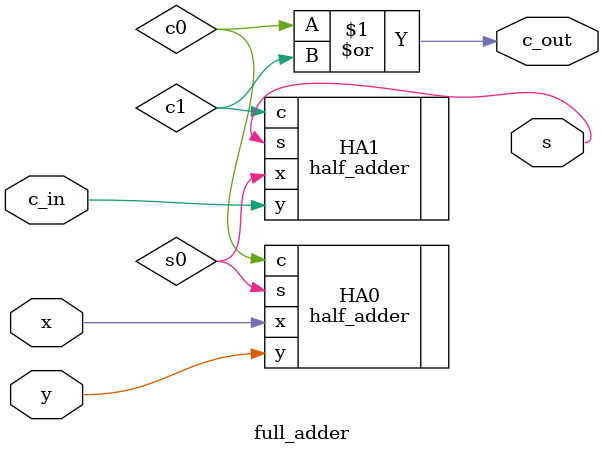
<source format=v>

module full_adder(
  input x, y, c_in,
  output s, c_out
);

wire s0, c0, c1;
// instantiated from Half_Adder.v
half_adder HA0 (
    .x(x),
    .y(y),
    .s(s0),
    .c(c0)
);
half_adder HA1(
    .x(s0),
    .y(c_in),
    .s(s),
    .c(c1)  
);

assign c_out = c0 | c1;
//  assign s = x ^ y ^ c_in;
//  assign c_out = (x & y) | (y & c_in) | (x & c_in);
endmodule

</source>
